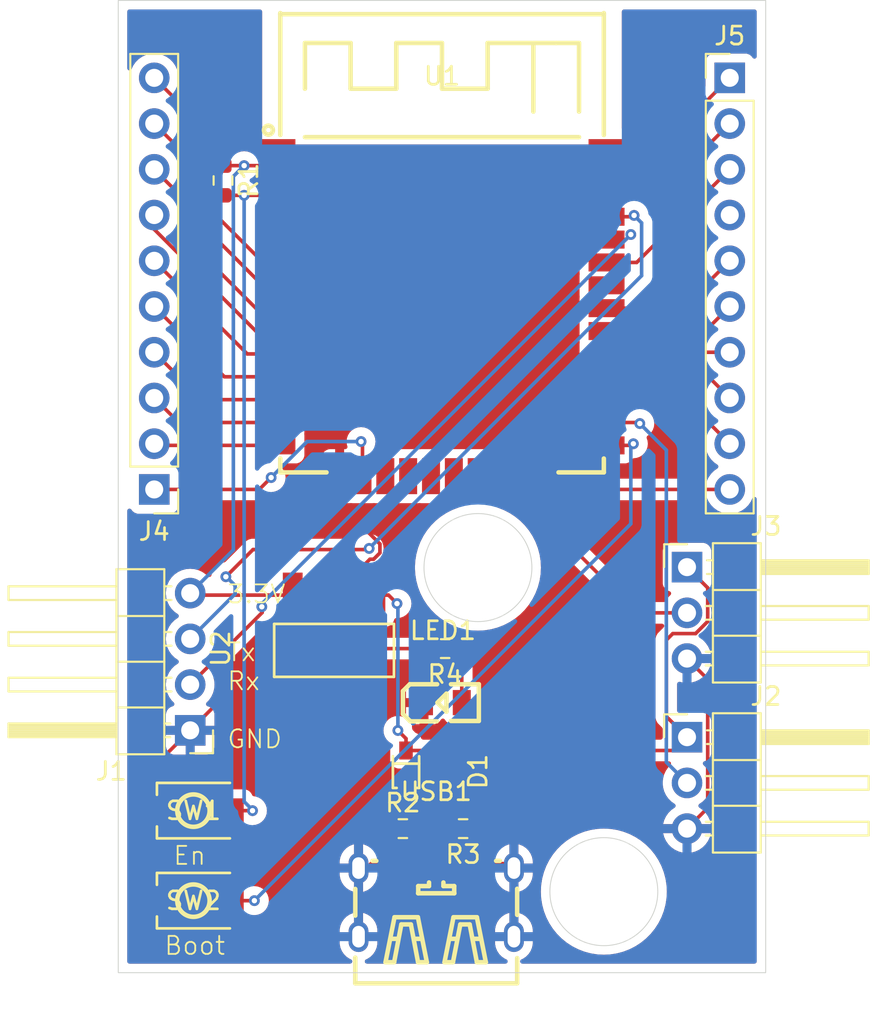
<source format=kicad_pcb>
(kicad_pcb (version 20240108) (generator "pcbnew") (generator_version "8.0")
  (layers (0 "F.Cu" signal) (31 "B.Cu" signal) (34 "B.Paste" user) (35 "F.Paste" user) (36 "B.SilkS" user "B.Silkscreen") (37 "F.SilkS" user "F.Silkscreen") (38 "B.Mask" user) (39 "F.Mask" user) (44 "Edge.Cuts" user))
  (net 0 "")
  (net 1 "VIn")
  (net 2 "+5V")
  (net 3 "GND")
  (net 4 "Tx")
  (net 5 "+3.3V")
  (net 6 "Rx")
  (net 7 "Slot")
  (net 8 "Position")
  (net 9 "Net-(J4-Pin_6)")
  (net 10 "Net-(J4-Pin_5)")
  (net 11 "Net-(J4-Pin_1)")
  (net 12 "Net-(J4-Pin_4)")
  (net 13 "Net-(J4-Pin_7)")
  (net 14 "Net-(J4-Pin_8)")
  (net 15 "Net-(J4-Pin_10)")
  (net 16 "Net-(J4-Pin_3)")
  (net 17 "Net-(J4-Pin_9)")
  (net 18 "Net-(J4-Pin_2)")
  (net 20 "Net-(J5-Pin_2)")
  (net 21 "Net-(J5-Pin_7)")
  (net 22 "Net-(J5-Pin_6)")
  (net 23 "Net-(J5-Pin_9)")
  (net 24 "Net-(J5-Pin_8)")
  (net 25 "Net-(J5-Pin_10)")
  (net 26 "Net-(J5-Pin_1)")
  (net 27 "Net-(J5-Pin_5)")
  (net 28 "Net-(J5-Pin_3)")
  (net 29 "Net-(LED1-+)")
  (net 30 "En")
  (net 31 "Net-(USB1-CC1)")
  (net 32 "Net-(USB1-CC2)")
  (net 33 "IO0")
  (footprint "Connector_PinHeader_2.54mm:PinHeader_1x10_P2.54mm_Vertical" (layer "F.Cu") (at 70 75.16 180)
    (property "Reference" "J4" (at 0 -2.33 360) (layer "F.SilkS"))
    (property "Value" "Conn_01x10")
    (fp_line (start 1.33 1.27) (end 1.33 24.19) (stroke (width 0.12)) (layer "F.SilkS"))
    (fp_line (start -1.33 24.19) (end 1.33 24.19) (stroke (width 0.12)) (layer "F.SilkS"))
    (fp_line (start -1.33 1.27) (end 1.33 1.27) (stroke (width 0.12)) (layer "F.SilkS"))
    (fp_line (start -1.33 1.27) (end -1.33 24.19) (stroke (width 0.12)) (layer "F.SilkS"))
    (fp_line (start -1.33 0) (end -1.33 -1.33) (stroke (width 0.12)) (layer "F.SilkS"))
    (fp_line (start -1.33 -1.33) (end 0 -1.33) (stroke (width 0.12)) (layer "F.SilkS"))
    (pad "1" thru_hole rect (at 0 0 180) (size 1.7 1.7) (drill 1) (layers "*.Cu" "*.Mask") (net 11 "Net-(J4-Pin_1)"))
    (pad "2" thru_hole oval (at 0 2.54 180) (size 1.7 1.7) (drill 1) (layers "*.Cu" "*.Mask") (net 18 "Net-(J4-Pin_2)"))
    (pad "3" thru_hole oval (at 0 5.08 180) (size 1.7 1.7) (drill 1) (layers "*.Cu" "*.Mask") (net 16 "Net-(J4-Pin_3)"))
    (pad "4" thru_hole oval (at 0 7.62 180) (size 1.7 1.7) (drill 1) (layers "*.Cu" "*.Mask") (net 12 "Net-(J4-Pin_4)"))
    (pad "5" thru_hole oval (at 0 10.16 180) (size 1.7 1.7) (drill 1) (layers "*.Cu" "*.Mask") (net 10 "Net-(J4-Pin_5)"))
    (pad "6" thru_hole oval (at 0 12.7 180) (size 1.7 1.7) (drill 1) (layers "*.Cu" "*.Mask") (net 9 "Net-(J4-Pin_6)"))
    (pad "7" thru_hole oval (at 0 15.24 180) (size 1.7 1.7) (drill 1) (layers "*.Cu" "*.Mask") (net 13 "Net-(J4-Pin_7)"))
    (pad "8" thru_hole oval (at 0 17.78 180) (size 1.7 1.7) (drill 1) (layers "*.Cu" "*.Mask") (net 14 "Net-(J4-Pin_8)"))
    (pad "9" thru_hole oval (at 0 20.32 180) (size 1.7 1.7) (drill 1) (layers "*.Cu" "*.Mask") (net 17 "Net-(J4-Pin_9)"))
    (pad "10" thru_hole oval (at 0 22.86 180) (size 1.7 1.7) (drill 1) (layers "*.Cu" "*.Mask") (net 15 "Net-(J4-Pin_10)"))
  )
  (footprint "Connector_PinHeader_2.54mm:PinHeader_1x03_P2.54mm_Horizontal" (layer "F.Cu") (at 99.625 79.475)
    (property "Reference" "J3" (at 4.385 -2.27 360) (layer "F.SilkS"))
    (property "Value" "Conn_01x03_Pin")
    (fp_line (start -1.27 -1.27) (end 0 -1.27) (stroke (width 0.12)) (layer "F.SilkS"))
    (fp_line (start -1.27 0) (end -1.27 -1.27) (stroke (width 0.12)) (layer "F.SilkS"))
    (fp_line (start 1.042929 2.16) (end 1.44 2.16) (stroke (width 0.12)) (layer "F.SilkS"))
    (fp_line (start 1.042929 2.92) (end 1.44 2.92) (stroke (width 0.12)) (layer "F.SilkS"))
    (fp_line (start 1.042929 4.7) (end 1.44 4.7) (stroke (width 0.12)) (layer "F.SilkS"))
    (fp_line (start 1.042929 5.46) (end 1.44 5.46) (stroke (width 0.12)) (layer "F.SilkS"))
    (fp_line (start 1.11 -0.38) (end 1.44 -0.38) (stroke (width 0.12)) (layer "F.SilkS"))
    (fp_line (start 1.11 0.38) (end 1.44 0.38) (stroke (width 0.12)) (layer "F.SilkS"))
    (fp_line (start 1.44 -1.33) (end 1.44 6.41) (stroke (width 0.12)) (layer "F.SilkS"))
    (fp_line (start 1.44 1.27) (end 4.1 1.27) (stroke (width 0.12)) (layer "F.SilkS"))
    (fp_line (start 1.44 3.81) (end 4.1 3.81) (stroke (width 0.12)) (layer "F.SilkS"))
    (fp_line (start 1.44 6.41) (end 4.1 6.41) (stroke (width 0.12)) (layer "F.SilkS"))
    (fp_line (start 4.1 -1.33) (end 1.44 -1.33) (stroke (width 0.12)) (layer "F.SilkS"))
    (fp_line (start 4.1 -0.38) (end 10.1 -0.38) (stroke (width 0.12)) (layer "F.SilkS"))
    (fp_line (start 4.1 -0.32) (end 10.1 -0.32) (stroke (width 0.12)) (layer "F.SilkS"))
    (fp_line (start 4.1 -0.2) (end 10.1 -0.2) (stroke (width 0.12)) (layer "F.SilkS"))
    (fp_line (start 4.1 -0.08) (end 10.1 -0.08) (stroke (width 0.12)) (layer "F.SilkS"))
    (fp_line (start 4.1 0.04) (end 10.1 0.04) (stroke (width 0.12)) (layer "F.SilkS"))
    (fp_line (start 4.1 0.16) (end 10.1 0.16) (stroke (width 0.12)) (layer "F.SilkS"))
    (fp_line (start 4.1 0.28) (end 10.1 0.28) (stroke (width 0.12)) (layer "F.SilkS"))
    (fp_line (start 4.1 2.16) (end 10.1 2.16) (stroke (width 0.12)) (layer "F.SilkS"))
    (fp_line (start 4.1 4.7) (end 10.1 4.7) (stroke (width 0.12)) (layer "F.SilkS"))
    (fp_line (start 4.1 6.41) (end 4.1 -1.33) (stroke (width 0.12)) (layer "F.SilkS"))
    (fp_line (start 10.1 -0.38) (end 10.1 0.38) (stroke (width 0.12)) (layer "F.SilkS"))
    (fp_line (start 10.1 0.38) (end 4.1 0.38) (stroke (width 0.12)) (layer "F.SilkS"))
    (fp_line (start 10.1 2.16) (end 10.1 2.92) (stroke (width 0.12)) (layer "F.SilkS"))
    (fp_line (start 10.1 2.92) (end 4.1 2.92) (stroke (width 0.12)) (layer "F.SilkS"))
    (fp_line (start 10.1 4.7) (end 10.1 5.46) (stroke (width 0.12)) (layer "F.SilkS"))
    (fp_line (start 10.1 5.46) (end 4.1 5.46) (stroke (width 0.12)) (layer "F.SilkS"))
    (pad "1" thru_hole rect (at 0 0) (size 1.7 1.7) (drill 1) (layers "*.Cu" "*.Mask") (net 2 "+5V"))
    (pad "2" thru_hole oval (at 0 2.54) (size 1.7 1.7) (drill 1) (layers "*.Cu" "*.Mask") (net 8 "Position"))
    (pad "3" thru_hole oval (at 0 5.08) (size 1.7 1.7) (drill 1) (layers "*.Cu" "*.Mask") (net 3 "GND"))
  )
  (footprint "easyeda2kicad:COMM-SMD_ESP-WROOM-32D" (layer "F.Cu") (at 86 65.3125)
    (property "Reference" "U1" (at 0 -13.11 0) (layer "F.SilkS"))
    (property "Value" "ESP-WROOM-32E")
    (fp_line (start -8.99 -16.61) (end -8.99 -9.84) (stroke (width 0.25)) (layer "F.SilkS"))
    (fp_line (start -8.99 -16.55) (end 9 -16.55) (stroke (width 0.25)) (layer "F.SilkS"))
    (fp_line (start -8.99 8.13) (end -8.99 8.9) (stroke (width 0.25)) (layer "F.SilkS"))
    (fp_line (start -8.99 8.9) (end -6.42 8.9) (stroke (width 0.25)) (layer "F.SilkS"))
    (fp_line (start -7.62 -14.95) (end -5.08 -14.95) (stroke (width 0.25)) (layer "F.SilkS"))
    (fp_line (start -7.62 -12.41) (end -7.62 -14.95) (stroke (width 0.25)) (layer "F.SilkS"))
    (fp_line (start -7.62 -9.72) (end 7.62 -9.72) (stroke (width 0.25)) (layer "F.SilkS"))
    (fp_line (start -5.08 -14.95) (end -5.08 -12.41) (stroke (width 0.25)) (layer "F.SilkS"))
    (fp_line (start -5.08 -12.41) (end -2.54 -12.41) (stroke (width 0.25)) (layer "F.SilkS"))
    (fp_line (start -2.54 -14.95) (end 0 -14.95) (stroke (width 0.25)) (layer "F.SilkS"))
    (fp_line (start -2.54 -12.41) (end -2.54 -14.95) (stroke (width 0.25)) (layer "F.SilkS"))
    (fp_line (start 0 -14.95) (end 0 -12.41) (stroke (width 0.25)) (layer "F.SilkS"))
    (fp_line (start 0 -12.41) (end 2.54 -12.41) (stroke (width 0.25)) (layer "F.SilkS"))
    (fp_line (start 2.54 -14.95) (end 6.35 -14.95) (stroke (width 0.25)) (layer "F.SilkS"))
    (fp_line (start 2.54 -12.41) (end 2.54 -14.95) (stroke (width 0.25)) (layer "F.SilkS"))
    (fp_line (start 5.08 -14.95) (end 5.08 -11.14) (stroke (width 0.25)) (layer "F.SilkS"))
    (fp_line (start 6.35 -14.95) (end 7.62 -14.95) (stroke (width 0.25)) (layer "F.SilkS"))
    (fp_line (start 6.48 8.9) (end 9 8.9) (stroke (width 0.25)) (layer "F.SilkS"))
    (fp_line (start 7.62 -14.95) (end 7.62 -11.14) (stroke (width 0.25)) (layer "F.SilkS"))
    (fp_line (start 9 -16.61) (end 9 -9.84) (stroke (width 0.25)) (layer "F.SilkS"))
    (fp_line (start 9 8.13) (end 9 8.9) (stroke (width 0.25)) (layer "F.SilkS"))
    (fp_circle (center -9.65 -10.11) (end -9.4 -10.11) (stroke (width 0.25)) (fill none) (layer "F.SilkS"))
    (pad "1" smd rect (at -9.15 -9.11) (size 2 1) (layers "F.Cu" "F.Paste" "F.Mask") (net 3 "GND"))
    (pad "2" smd rect (at -9.15 -7.84) (size 2 1) (layers "F.Cu" "F.Paste" "F.Mask") (net 5 "+3.3V"))
    (pad "3" smd rect (at -9.15 -6.57) (size 2 1) (layers "F.Cu" "F.Paste" "F.Mask") (net 30 "En"))
    (pad "4" smd rect (at -9.15 -5.3) (size 2 1) (layers "F.Cu" "F.Paste" "F.Mask"))
    (pad "5" smd rect (at -9.15 -4.03) (size 2 1) (layers "F.Cu" "F.Paste" "F.Mask"))
    (pad "6" smd rect (at -9.15 -2.76) (size 2 1) (layers "F.Cu" "F.Paste" "F.Mask") (net 15 "Net-(J4-Pin_10)"))
    (pad "7" smd rect (at -9.15 -1.49) (size 2 1) (layers "F.Cu" "F.Paste" "F.Mask") (net 17 "Net-(J4-Pin_9)"))
    (pad "8" smd rect (at -9.15 -0.22) (size 2 1) (layers "F.Cu" "F.Paste" "F.Mask") (net 14 "Net-(J4-Pin_8)"))
    (pad "9" smd rect (at -9.15 1.05) (size 2 1) (layers "F.Cu" "F.Paste" "F.Mask") (net 13 "Net-(J4-Pin_7)"))
    (pad "10" smd rect (at -9.15 2.32) (size 2 1) (layers "F.Cu" "F.Paste" "F.Mask") (net 9 "Net-(J4-Pin_6)"))
    (pad "11" smd rect (at -9.15 3.59) (size 2 1) (layers "F.Cu" "F.Paste" "F.Mask") (net 10 "Net-(J4-Pin_5)"))
    (pad "12" smd rect (at -9.15 4.86) (size 2 1) (layers "F.Cu" "F.Paste" "F.Mask") (net 12 "Net-(J4-Pin_4)"))
    (pad "13" smd rect (at -9.15 6.13) (size 2 1) (layers "F.Cu" "F.Paste" "F.Mask") (net 16 "Net-(J4-Pin_3)"))
    (pad "14" smd rect (at -9.15 7.4) (size 2 1) (layers "F.Cu" "F.Paste" "F.Mask") (net 18 "Net-(J4-Pin_2)"))
    (pad "15" smd rect (at -5.69 9.11 90) (size 2 1) (layers "F.Cu" "F.Paste" "F.Mask") (net 3 "GND"))
    (pad "16" smd rect (at -4.42 9.11 90) (size 2 1) (layers "F.Cu" "F.Paste" "F.Mask") (net 11 "Net-(J4-Pin_1)"))
    (pad "17" smd rect (at -3.15 9.11 90) (size 2 1) (layers "F.Cu" "F.Paste" "F.Mask"))
    (pad "18" smd rect (at -1.88 9.11 90) (size 2 1) (layers "F.Cu" "F.Paste" "F.Mask"))
    (pad "19" smd rect (at -0.61 9.11 90) (size 2 1) (layers "F.Cu" "F.Paste" "F.Mask"))
    (pad "20" smd rect (at 0.66 9.11 90) (size 2 1) (layers "F.Cu" "F.Paste" "F.Mask"))
    (pad "21" smd rect (at 1.93 9.11 90) (size 2 1) (layers "F.Cu" "F.Paste" "F.Mask"))
    (pad "22" smd rect (at 3.2 9.11 90) (size 2 1) (layers "F.Cu" "F.Paste" "F.Mask"))
    (pad "23" smd rect (at 4.47 9.11 90) (size 2 1) (layers "F.Cu" "F.Paste" "F.Mask") (net 8 "Position"))
    (pad "24" smd rect (at 5.74 9.11 90) (size 2 1) (layers "F.Cu" "F.Paste" "F.Mask") (net 25 "Net-(J5-Pin_10)"))
    (pad "25" smd rect (at 9.15 7.4) (size 2 1) (layers "F.Cu" "F.Paste" "F.Mask") (net 33 "IO0"))
    (pad "26" smd rect (at 9.15 6.13) (size 2 1) (layers "F.Cu" "F.Paste" "F.Mask") (net 7 "Slot"))
    (pad "27" smd rect (at 9.15 4.86) (size 2 1) (layers "F.Cu" "F.Paste" "F.Mask") (net 23 "Net-(J5-Pin_9)"))
    (pad "28" smd rect (at 9.15 3.59) (size 2 1) (layers "F.Cu" "F.Paste" "F.Mask") (net 24 "Net-(J5-Pin_8)"))
    (pad "29" smd rect (at 9.15 2.32) (size 2 1) (layers "F.Cu" "F.Paste" "F.Mask") (net 21 "Net-(J5-Pin_7)"))
    (pad "30" smd rect (at 9.15 1.05) (size 2 1) (layers "F.Cu" "F.Paste" "F.Mask") (net 22 "Net-(J5-Pin_6)"))
    (pad "31" smd rect (at 9.15 -0.22) (size 2 1) (layers "F.Cu" "F.Paste" "F.Mask") (net 27 "Net-(J5-Pin_5)"))
    (pad "32" smd rect (at 9.15 -1.49) (size 2 1) (layers "F.Cu" "F.Paste" "F.Mask"))
    (pad "33" smd rect (at 9.15 -2.76) (size 2 1) (layers "F.Cu" "F.Paste" "F.Mask") (net 28 "Net-(J5-Pin_3)"))
    (pad "34" smd rect (at 9.15 -4.03) (size 2 1) (layers "F.Cu" "F.Paste" "F.Mask") (net 6 "Rx"))
    (pad "35" smd rect (at 9.15 -5.3) (size 2 1) (layers "F.Cu" "F.Paste" "F.Mask") (net 4 "Tx"))
    (pad "36" smd rect (at 9.15 -6.57) (size 2 1) (layers "F.Cu" "F.Paste" "F.Mask") (net 20 "Net-(J5-Pin_2)"))
    (pad "37" smd rect (at 9.15 -7.84) (size 2 1) (layers "F.Cu" "F.Paste" "F.Mask") (net 26 "Net-(J5-Pin_1)"))
    (pad "38" smd rect (at 9.15 -9.11) (size 2 1) (layers "F.Cu" "F.Paste" "F.Mask") (net 3 "GND"))
    (pad "39" smd rect (at -1.49 -1.4) (size 3.5 3.5) (layers "F.Cu" "F.Paste" "F.Mask") (net 3 "GND"))
  )
  (footprint "easyeda2kicad:SW-SMD_L3.9-W3.0-P4.45" (layer "F.Cu") (at 72.18 98)
    (property "Reference" "SW2" (at 0 0 360) (layer "F.SilkS"))
    (property "Value" "TS-1088-AR02016")
    (fp_line (start -2.03 -1.54) (end -2.03 -0.88) (stroke (width 0.15)) (layer "F.SilkS"))
    (fp_line (start -2.03 1.54) (end -2.03 0.88) (stroke (width 0.15)) (layer "F.SilkS"))
    (fp_line (start 2.03 -1.54) (end -2.03 -1.54) (stroke (width 0.15)) (layer "F.SilkS"))
    (fp_line (start 2.03 1.54) (end -2.03 1.54) (stroke (width 0.15)) (layer "F.SilkS"))
    (fp_circle (center 0 0) (end 0.9 0) (stroke (width 0.25)) (fill none) (layer "F.SilkS"))
    (pad "1" smd rect (at -2.18 0) (size 1.23 1.36) (layers "F.Cu" "F.Paste" "F.Mask") (net 3 "GND"))
    (pad "2" smd rect (at 2.18 0) (size 1.23 1.36) (layers "F.Cu" "F.Paste" "F.Mask") (net 33 "IO0"))
  )
  (footprint "easyeda2kicad:TYPE-C-SMD_TYPE-C-6P_5" (layer "F.Cu") (at 85.68 97.97)
    (property "Reference" "USB1" (at 0 -6.03 0) (layer "F.SilkS"))
    (property "Value" "TYPE-C 6P(073)")
    (fp_line (start -4.5 -0.58) (end -4.5 -0.62) (stroke (width 0.25)) (layer "F.SilkS"))
    (fp_line (start -4.5 -0.58) (end -4.5 0.86) (stroke (width 0.25)) (layer "F.SilkS"))
    (fp_line (start -4.5 3.2) (end -4.5 4.62) (stroke (width 0.25)) (layer "F.SilkS"))
    (fp_line (start -4.5 3.22) (end -4.5 3.2) (stroke (width 0.25)) (layer "F.SilkS"))
    (fp_line (start -4.5 4.62) (end 4.5 4.62) (stroke (width 0.25)) (layer "F.SilkS"))
    (fp_line (start -3.54 -2.18) (end -3.33 -2.18) (stroke (width 0.25)) (layer "F.SilkS"))
    (fp_line (start -2.82 3.45) (end -2.32 0.95) (stroke (width 0.25)) (layer "F.SilkS"))
    (fp_line (start -2.52 2.15) (end -2.12 2.15) (stroke (width 0.25)) (layer "F.SilkS"))
    (fp_line (start -2.34 3.45) (end -2.82 3.45) (stroke (width 0.25)) (layer "F.SilkS"))
    (fp_line (start -2.32 0.95) (end -1.02 0.95) (stroke (width 0.25)) (layer "F.SilkS"))
    (fp_line (start -1.94 1.35) (end -2.34 3.45) (stroke (width 0.25)) (layer "F.SilkS"))
    (fp_line (start -1.41 1.35) (end -1.94 1.35) (stroke (width 0.25)) (layer "F.SilkS"))
    (fp_line (start -1.22 2.15) (end -0.82 2.15) (stroke (width 0.25)) (layer "F.SilkS"))
    (fp_line (start -1.02 0.95) (end -0.52 3.45) (stroke (width 0.25)) (layer "F.SilkS"))
    (fp_line (start -1.01 -0.38) (end 1.01 -0.38) (stroke (width 0.25)) (layer "F.SilkS"))
    (fp_line (start -1.01 3.45) (end -1.41 1.35) (stroke (width 0.25)) (layer "F.SilkS"))
    (fp_line (start -1 -0.78) (end -0.4 -0.78) (stroke (width 0.25)) (layer "F.SilkS"))
    (fp_line (start -1 -0.38) (end -1 -0.78) (stroke (width 0.25)) (layer "F.SilkS"))
    (fp_line (start -0.52 3.45) (end -1.01 3.45) (stroke (width 0.25)) (layer "F.SilkS"))
    (fp_line (start -0.4 -0.78) (end -0.4 -0.98) (stroke (width 0.25)) (layer "F.SilkS"))
    (fp_line (start 0.4 -0.78) (end 0.4 -0.98) (stroke (width 0.25)) (layer "F.SilkS"))
    (fp_line (start 0.46 3.45) (end 0.96 0.95) (stroke (width 0.25)) (layer "F.SilkS"))
    (fp_line (start 0.76 2.15) (end 1.16 2.15) (stroke (width 0.25)) (layer "F.SilkS"))
    (fp_line (start 0.93 3.45) (end 0.46 3.45) (stroke (width 0.25)) (layer "F.SilkS"))
    (fp_line (start 0.96 0.95) (end 2.26 0.95) (stroke (width 0.25)) (layer "F.SilkS"))
    (fp_line (start 1 -0.78) (end 0.4 -0.78) (stroke (width 0.25)) (layer "F.SilkS"))
    (fp_line (start 1 -0.38) (end 1 -0.78) (stroke (width 0.25)) (layer "F.SilkS"))
    (fp_line (start 1.34 1.35) (end 0.93 3.45) (stroke (width 0.25)) (layer "F.SilkS"))
    (fp_line (start 1.86 1.35) (end 1.34 1.35) (stroke (width 0.25)) (layer "F.SilkS"))
    (fp_line (start 2.06 2.15) (end 2.46 2.15) (stroke (width 0.25)) (layer "F.SilkS"))
    (fp_line (start 2.26 0.95) (end 2.76 3.45) (stroke (width 0.25)) (layer "F.SilkS"))
    (fp_line (start 2.26 3.45) (end 1.86 1.35) (stroke (width 0.25)) (layer "F.SilkS"))
    (fp_line (start 2.76 3.45) (end 2.26 3.45) (stroke (width 0.25)) (layer "F.SilkS"))
    (fp_line (start 3.33 -2.18) (end 3.54 -2.18) (stroke (width 0.25)) (layer "F.SilkS"))
    (fp_line (start 4.5 0.82) (end 4.5 -0.63) (stroke (width 0.25)) (layer "F.SilkS"))
    (fp_line (start 4.5 4.62) (end 4.5 3.22) (stroke (width 0.25)) (layer "F.SilkS"))
    (pad "7" thru_hole oval (at -4.32 -1.78) (size 1.1 1.7) (drill oval 0.700024 1.199998) (layers "*.Cu" "*.Mask") (net 3 "GND"))
    (pad "7" thru_hole oval (at -4.32 2.03) (size 1.1 1.7) (drill oval 0.700024 1.199998) (layers "*.Cu" "*.Mask") (net 3 "GND"))
    (pad "7" thru_hole oval (at 4.32 -1.78) (size 1.1 1.7) (drill oval 0.700024 1.199998) (layers "*.Cu" "*.Mask") (net 3 "GND"))
    (pad "7" thru_hole oval (at 4.32 2.03) (size 1.1 1.7) (drill oval 0.700024 1.199998) (layers "*.Cu" "*.Mask") (net 3 "GND"))
    (pad "A5" smd rect (at -0.5 -2.03) (size 0.7 1.2) (layers "F.Cu" "F.Paste" "F.Mask") (net 31 "Net-(USB1-CC1)"))
    (pad "A9" smd rect (at 1.5 -2.03) (size 0.7 1.2) (layers "F.Cu" "F.Paste" "F.Mask") (net 1 "VIn"))
    (pad "A12" smd rect (at 2.7 -2.03) (size 0.8 1.2) (layers "F.Cu" "F.Paste" "F.Mask") (net 3 "GND"))
    (pad "B5" smd rect (at 0.5 -2.03) (size 0.7 1.2) (layers "F.Cu" "F.Paste" "F.Mask") (net 32 "Net-(USB1-CC2)"))
    (pad "B9" smd rect (at -1.5 -2.03) (size 0.7 1.2) (layers "F.Cu" "F.Paste" "F.Mask") (net 1 "VIn"))
    (pad "B12" smd rect (at -2.7 -2.03) (size 0.8 1.2) (layers "F.Cu" "F.Paste" "F.Mask") (net 3 "GND"))
  )
  (footprint "Connector_PinHeader_2.54mm:PinHeader_1x03_P2.54mm_Horizontal" (layer "F.Cu") (at 99.625 88.92)
    (property "Reference" "J2" (at 4.385 -2.27 0) (layer "F.SilkS"))
    (property "Value" "Conn_01x03_Pin")
    (fp_line (start -1.27 -1.27) (end 0 -1.27) (stroke (width 0.12)) (layer "F.SilkS"))
    (fp_line (start -1.27 0) (end -1.27 -1.27) (stroke (width 0.12)) (layer "F.SilkS"))
    (fp_line (start 1.042929 2.16) (end 1.44 2.16) (stroke (width 0.12)) (layer "F.SilkS"))
    (fp_line (start 1.042929 2.92) (end 1.44 2.92) (stroke (width 0.12)) (layer "F.SilkS"))
    (fp_line (start 1.042929 4.7) (end 1.44 4.7) (stroke (width 0.12)) (layer "F.SilkS"))
    (fp_line (start 1.042929 5.46) (end 1.44 5.46) (stroke (width 0.12)) (layer "F.SilkS"))
    (fp_line (start 1.11 -0.38) (end 1.44 -0.38) (stroke (width 0.12)) (layer "F.SilkS"))
    (fp_line (start 1.11 0.38) (end 1.44 0.38) (stroke (width 0.12)) (layer "F.SilkS"))
    (fp_line (start 1.44 -1.33) (end 1.44 6.41) (stroke (width 0.12)) (layer "F.SilkS"))
    (fp_line (start 1.44 1.27) (end 4.1 1.27) (stroke (width 0.12)) (layer "F.SilkS"))
    (fp_line (start 1.44 3.81) (end 4.1 3.81) (stroke (width 0.12)) (layer "F.SilkS"))
    (fp_line (start 1.44 6.41) (end 4.1 6.41) (stroke (width 0.12)) (layer "F.SilkS"))
    (fp_line (start 4.1 -1.33) (end 1.44 -1.33) (stroke (width 0.12)) (layer "F.SilkS"))
    (fp_line (start 4.1 -0.38) (end 10.1 -0.38) (stroke (width 0.12)) (layer "F.SilkS"))
    (fp_line (start 4.1 -0.32) (end 10.1 -0.32) (stroke (width 0.12)) (layer "F.SilkS"))
    (fp_line (start 4.1 -0.2) (end 10.1 -0.2) (stroke (width 0.12)) (layer "F.SilkS"))
    (fp_line (start 4.1 -0.08) (end 10.1 -0.08) (stroke (width 0.12)) (layer "F.SilkS"))
    (fp_line (start 4.1 0.04) (end 10.1 0.04) (stroke (width 0.12)) (layer "F.SilkS"))
    (fp_line (start 4.1 0.16) (end 10.1 0.16) (stroke (width 0.12)) (layer "F.SilkS"))
    (fp_line (start 4.1 0.28) (end 10.1 0.28) (stroke (width 0.12)) (layer "F.SilkS"))
    (fp_line (start 4.1 2.16) (end 10.1 2.16) (stroke (width 0.12)) (layer "F.SilkS"))
    (fp_line (start 4.1 4.7) (end 10.1 4.7) (stroke (width 0.12)) (layer "F.SilkS"))
    (fp_line (start 4.1 6.41) (end 4.1 -1.33) (stroke (width 0.12)) (layer "F.SilkS"))
    (fp_line (start 10.1 -0.38) (end 10.1 0.38) (stroke (width 0.12)) (layer "F.SilkS"))
    (fp_line (start 10.1 0.38) (end 4.1 0.38) (stroke (width 0.12)) (layer "F.SilkS"))
    (fp_line (start 10.1 2.16) (end 10.1 2.92) (stroke (width 0.12)) (layer "F.SilkS"))
    (fp_line (start 10.1 2.92) (end 4.1 2.92) (stroke (width 0.12)) (layer "F.SilkS"))
    (fp_line (start 10.1 4.7) (end 10.1 5.46) (stroke (width 0.12)) (layer "F.SilkS"))
    (fp_line (start 10.1 5.46) (end 4.1 5.46) (stroke (width 0.12)) (layer "F.SilkS"))
    (pad "1" thru_hole rect (at 0 0) (size 1.7 1.7) (drill 1) (layers "*.Cu" "*.Mask") (net 2 "+5V"))
    (pad "2" thru_hole oval (at 0 2.54) (size 1.7 1.7) (drill 1) (layers "*.Cu" "*.Mask") (net 7 "Slot"))
    (pad "3" thru_hole oval (at 0 5.08) (size 1.7 1.7) (drill 1) (layers "*.Cu" "*.Mask") (net 3 "GND"))
  )
  (footprint "Resistor_SMD:R_0603_1608Metric" (layer "F.Cu") (at 86.175 84 180)
    (property "Reference" "R4" (at 0 -1.43 360) (layer "F.SilkS"))
    (property "Value" "68")
    (fp_line (start -0.237258 0.5225) (end 0.237258 0.5225) (stroke (width 0.12)) (layer "F.SilkS"))
    (fp_line (start -0.237258 -0.5225) (end 0.237258 -0.5225) (stroke (width 0.12)) (layer "F.SilkS"))
    (pad "1" smd roundrect (at -0.825 0 180) (size 0.8 0.95) (layers "F.Cu" "F.Paste" "F.Mask") (net 29 "Net-(LED1-+)"))
    (pad "2" smd roundrect (at 0.825 0 180) (size 0.8 0.95) (layers "F.Cu" "F.Paste" "F.Mask") (net 5 "+3.3V"))
  )
  (footprint "easyeda2kicad:SW-SMD_L3.9-W3.0-P4.45" (layer "F.Cu") (at 72.18 93)
    (property "Reference" "SW1" (at 0 0 360) (layer "F.SilkS"))
    (property "Value" "TS-1088-AR02016")
    (fp_line (start -2.03 -1.54) (end -2.03 -0.88) (stroke (width 0.15)) (layer "F.SilkS"))
    (fp_line (start -2.03 1.54) (end -2.03 0.88) (stroke (width 0.15)) (layer "F.SilkS"))
    (fp_line (start 2.03 -1.54) (end -2.03 -1.54) (stroke (width 0.15)) (layer "F.SilkS"))
    (fp_line (start 2.03 1.54) (end -2.03 1.54) (stroke (width 0.15)) (layer "F.SilkS"))
    (fp_circle (center 0 0) (end 0.9 0) (stroke (width 0.25)) (fill none) (layer "F.SilkS"))
    (pad "1" smd rect (at -2.18 0) (size 1.23 1.36) (layers "F.Cu" "F.Paste" "F.Mask") (net 3 "GND"))
    (pad "2" smd rect (at 2.18 0) (size 1.23 1.36) (layers "F.Cu" "F.Paste" "F.Mask") (net 30 "En"))
  )
  (footprint "easyeda2kicad:LED0805-R-RD" (layer "F.Cu") (at 86.05 87)
    (property "Reference" "LED1" (at 0 -4 0) (layer "F.SilkS"))
    (property "Value" "FC-2012HRK-620D")
    (fp_line (start -2.22 -0.64) (end -1.84 -1.02) (stroke (width 0.25)) (layer "F.SilkS"))
    (fp_line (start -2.22 0.63) (end -2.22 -0.64) (stroke (width 0.25)) (layer "F.SilkS"))
    (fp_line (start -1.84 -1.02) (end -0.32 -1.02) (stroke (width 0.25)) (layer "F.SilkS"))
    (fp_line (start -1.81 1.04) (end -2.22 0.63) (stroke (width 0.25)) (layer "F.SilkS"))
    (fp_line (start -0.34 1.04) (end -1.81 1.04) (stroke (width 0.25)) (layer "F.SilkS"))
    (fp_line (start -0.3 0) (end -0.2 0.1) (stroke (width 0.25)) (layer "F.SilkS"))
    (fp_line (start -0.2 -0.1) (end -0.3 0) (stroke (width 0.25)) (layer "F.SilkS"))
    (fp_line (start -0.2 0.1) (end 0.2 0.5) (stroke (width 0.25)) (layer "F.SilkS"))
    (fp_line (start 0.2 -0.5) (end -0.2 -0.1) (stroke (width 0.25)) (layer "F.SilkS"))
    (fp_line (start 0.2 -0.5) (end 0.2 0.5) (stroke (width 0.25)) (layer "F.SilkS"))
    (fp_line (start 0.45 1.02) (end 2 1.02) (stroke (width 0.25)) (layer "F.SilkS"))
    (fp_line (start 2 -1.02) (end 0.45 -1.02) (stroke (width 0.25)) (layer "F.SilkS"))
    (fp_line (start 2 1.02) (end 2 -1.02) (stroke (width 0.25)) (layer "F.SilkS"))
    (pad "1" smd rect (at 1.05 0 180) (size 1 1.4) (layers "F.Cu" "F.Paste" "F.Mask") (net 29 "Net-(LED1-+)"))
    (pad "2" smd rect (at -1.05 0 180) (size 1 1.4) (layers "F.Cu" "F.Paste" "F.Mask") (net 3 "GND"))
  )
  (footprint "easyeda2kicad:SOT-223-3_L6.5-W3.4-P2.30-LS7.0-BR" (layer "F.Cu") (at 80 84 90)
    (property "Reference" "U2" (at 0 -6.3 90) (layer "F.SilkS"))
    (property "Value" "LM2940S-3.3")
    (fp_line (start 1.37 -3.33) (end 1.37 3.33) (stroke (width 0.15)) (layer "F.SilkS"))
    (fp_line (start -1.57 -3.33) (end 1.37 -3.33) (stroke (width 0.15)) (layer "F.SilkS"))
    (fp_line (start 1.37 3.33) (end -1.57 3.33) (stroke (width 0.15)) (layer "F.SilkS"))
    (fp_line (start -1.57 3.33) (end -1.57 -3.33) (stroke (width 0.15)) (layer "F.SilkS"))
    (pad "1" smd rect (at 2.97 2.3 90) (size 2.5 1.1) (layers "F.Cu" "F.Paste" "F.Mask") (net 2 "+5V"))
    (pad "2" smd rect (at 2.97 0 90) (size 2.5 1.1) (layers "F.Cu" "F.Paste" "F.Mask") (net 3 "GND"))
    (pad "3" smd rect (at 2.97 -2.3 90) (size 2.5 1.1) (layers "F.Cu" "F.Paste" "F.Mask") (net 5 "+3.3V"))
    (pad "4" smd rect (at -2.97 0 90) (size 2.34 3.6) (layers "F.Cu" "F.Paste" "F.Mask") (net 3 "GND"))
  )
  (footprint "Connector_PinHeader_2.54mm:PinHeader_1x04_P2.54mm_Horizontal" (layer "F.Cu") (at 72 88.54 180)
    (property "Reference" "J1" (at 4.385 -2.27 360) (layer "F.SilkS"))
    (property "Value" "Conn_01x04")
    (fp_line (start 10.1 8) (end 4.1 8) (stroke (width 0.12)) (layer "F.SilkS"))
    (fp_line (start 10.1 7.24) (end 10.1 8) (stroke (width 0.12)) (layer "F.SilkS"))
    (fp_line (start 10.1 5.46) (end 4.1 5.46) (stroke (width 0.12)) (layer "F.SilkS"))
    (fp_line (start 10.1 4.7) (end 10.1 5.46) (stroke (width 0.12)) (layer "F.SilkS"))
    (fp_line (start 10.1 2.92) (end 4.1 2.92) (stroke (width 0.12)) (layer "F.SilkS"))
    (fp_line (start 10.1 2.16) (end 10.1 2.92) (stroke (width 0.12)) (layer "F.SilkS"))
    (fp_line (start 10.1 0.38) (end 4.1 0.38) (stroke (width 0.12)) (layer "F.SilkS"))
    (fp_line (start 10.1 -0.38) (end 10.1 0.38) (stroke (width 0.12)) (layer "F.SilkS"))
    (fp_line (start 4.1 8.95) (end 4.1 -1.33) (stroke (width 0.12)) (layer "F.SilkS"))
    (fp_line (start 4.1 7.24) (end 10.1 7.24) (stroke (width 0.12)) (layer "F.SilkS"))
    (fp_line (start 4.1 4.7) (end 10.1 4.7) (stroke (width 0.12)) (layer "F.SilkS"))
    (fp_line (start 4.1 2.16) (end 10.1 2.16) (stroke (width 0.12)) (layer "F.SilkS"))
    (fp_line (start 4.1 0.28) (end 10.1 0.28) (stroke (width 0.12)) (layer "F.SilkS"))
    (fp_line (start 4.1 0.16) (end 10.1 0.16) (stroke (width 0.12)) (layer "F.SilkS"))
    (fp_line (start 4.1 0.04) (end 10.1 0.04) (stroke (width 0.12)) (layer "F.SilkS"))
    (fp_line (start 4.1 -0.08) (end 10.1 -0.08) (stroke (width 0.12)) (layer "F.SilkS"))
    (fp_line (start 4.1 -0.2) (end 10.1 -0.2) (stroke (width 0.12)) (layer "F.SilkS"))
    (fp_line (start 4.1 -0.32) (end 10.1 -0.32) (stroke (width 0.12)) (layer "F.SilkS"))
    (fp_line (start 4.1 -0.38) (end 10.1 -0.38) (stroke (width 0.12)) (layer "F.SilkS"))
    (fp_line (start 4.1 -1.33) (end 1.44 -1.33) (stroke (width 0.12)) (layer "F.SilkS"))
    (fp_line (start 1.44 8.95) (end 4.1 8.95) (stroke (width 0.12)) (layer "F.SilkS"))
    (fp_line (start 1.44 6.35) (end 4.1 6.35) (stroke (width 0.12)) (layer "F.SilkS"))
    (fp_line (start 1.44 3.81) (end 4.1 3.81) (stroke (width 0.12)) (layer "F.SilkS"))
    (fp_line (start 1.44 1.27) (end 4.1 1.27) (stroke (width 0.12)) (layer "F.SilkS"))
    (fp_line (start 1.44 -1.33) (end 1.44 8.95) (stroke (width 0.12)) (layer "F.SilkS"))
    (fp_line (start 1.11 0.38) (end 1.44 0.38) (stroke (width 0.12)) (layer "F.SilkS"))
    (fp_line (start 1.11 -0.38) (end 1.44 -0.38) (stroke (width 0.12)) (layer "F.SilkS"))
    (fp_line (start 1.042929 8) (end 1.44 8) (stroke (width 0.12)) (layer "F.SilkS"))
    (fp_line (start 1.042929 7.24) (end 1.44 7.24) (stroke (width 0.12)) (layer "F.SilkS"))
    (fp_line (start 1.042929 5.46) (end 1.44 5.46) (stroke (width 0.12)) (layer "F.SilkS"))
    (fp_line (start 1.042929 4.7) (end 1.44 4.7) (stroke (width 0.12)) (layer "F.SilkS"))
    (fp_line (start 1.042929 2.92) (end 1.44 2.92) (stroke (width 0.12)) (layer "F.SilkS"))
    (fp_line (start 1.042929 2.16) (end 1.44 2.16) (stroke (width 0.12)) (layer "F.SilkS"))
    (fp_line (start -1.27 0) (end -1.27 -1.27) (stroke (width 0.12)) (layer "F.SilkS"))
    (fp_line (start -1.27 -1.27) (end 0 -1.27) (stroke (width 0.12)) (layer "F.SilkS"))
    (pad "1" thru_hole rect (at 0 0 180) (size 1.7 1.7) (drill 1) (layers "*.Cu" "*.Mask") (net 3 "GND"))
    (pad "2" thru_hole oval (at 0 2.54 180) (size 1.7 1.7) (drill 1) (layers "*.Cu" "*.Mask") (net 6 "Rx"))
    (pad "3" thru_hole oval (at 0 5.08 180) (size 1.7 1.7) (drill 1) (layers "*.Cu" "*.Mask") (net 4 "Tx"))
    (pad "4" thru_hole oval (at 0 7.62 180) (size 1.7 1.7) (drill 1) (layers "*.Cu" "*.Mask") (net 5 "+3.3V"))
  )
  (footprint "Resistor_SMD:R_0603_1608Metric" (layer "F.Cu") (at 87.175 94 180)
    (property "Reference" "R3" (at 0 -1.43 360) (layer "F.SilkS"))
    (property "Value" "5.1k")
    (fp_line (start -0.237258 0.5225) (end 0.237258 0.5225) (stroke (width 0.12)) (layer "F.SilkS"))
    (fp_line (start -0.237258 -0.5225) (end 0.237258 -0.5225) (stroke (width 0.12)) (layer "F.SilkS"))
    (pad "1" smd roundrect (at -0.825 0 180) (size 0.8 0.95) (layers "F.Cu" "F.Paste" "F.Mask") (net 3 "GND"))
    (pad "2" smd roundrect (at 0.825 0 180) (size 0.8 0.95) (layers "F.Cu" "F.Paste" "F.Mask") (net 32 "Net-(USB1-CC2)"))
  )
  (footprint "Connector_PinHeader_2.54mm:PinHeader_1x10_P2.54mm_Vertical" (layer "F.Cu") (at 102 52.3)
    (property "Reference" "J5" (at 0 -2.33 0) (layer "F.SilkS"))
    (property "Value" "Conn_01x10")
    (fp_line (start -1.33 -1.33) (end 0 -1.33) (stroke (width 0.12)) (layer "F.SilkS"))
    (fp_line (start -1.33 0) (end -1.33 -1.33) (stroke (width 0.12)) (layer "F.SilkS"))
    (fp_line (start -1.33 1.27) (end -1.33 24.19) (stroke (width 0.12)) (layer "F.SilkS"))
    (fp_line (start -1.33 1.27) (end 1.33 1.27) (stroke (width 0.12)) (layer "F.SilkS"))
    (fp_line (start -1.33 24.19) (end 1.33 24.19) (stroke (width 0.12)) (layer "F.SilkS"))
    (fp_line (start 1.33 1.27) (end 1.33 24.19) (stroke (width 0.12)) (layer "F.SilkS"))
    (pad "1" thru_hole rect (at 0 0) (size 1.7 1.7) (drill 1) (layers "*.Cu" "*.Mask") (net 26 "Net-(J5-Pin_1)"))
    (pad "2" thru_hole oval (at 0 2.54) (size 1.7 1.7) (drill 1) (layers "*.Cu" "*.Mask") (net 20 "Net-(J5-Pin_2)"))
    (pad "3" thru_hole oval (at 0 5.08) (size 1.7 1.7) (drill 1) (layers "*.Cu" "*.Mask") (net 28 "Net-(J5-Pin_3)"))
    (pad "4" thru_hole oval (at 0 7.62) (size 1.7 1.7) (drill 1) (layers "*.Cu" "*.Mask"))
    (pad "5" thru_hole oval (at 0 10.16) (size 1.7 1.7) (drill 1) (layers "*.Cu" "*.Mask") (net 27 "Net-(J5-Pin_5)"))
    (pad "6" thru_hole oval (at 0 12.7) (size 1.7 1.7) (drill 1) (layers "*.Cu" "*.Mask") (net 22 "Net-(J5-Pin_6)"))
    (pad "7" thru_hole oval (at 0 15.24) (size 1.7 1.7) (drill 1) (layers "*.Cu" "*.Mask") (net 21 "Net-(J5-Pin_7)"))
    (pad "8" thru_hole oval (at 0 17.78) (size 1.7 1.7) (drill 1) (layers "*.Cu" "*.Mask") (net 24 "Net-(J5-Pin_8)"))
    (pad "9" thru_hole oval (at 0 20.32) (size 1.7 1.7) (drill 1) (layers "*.Cu" "*.Mask") (net 23 "Net-(J5-Pin_9)"))
    (pad "10" thru_hole oval (at 0 22.86) (size 1.7 1.7) (drill 1) (layers "*.Cu" "*.Mask") (net 25 "Net-(J5-Pin_10)"))
  )
  (footprint "easyeda2kicad:SOD-323_L1.8-W1.3-LS2.5-RD" (layer "F.Cu") (at 84 90.83 -90)
    (property "Reference" "D1" (at 0 -4 90) (layer "F.SilkS"))
    (property "Value" "NSR0320MW2T1G")
    (fp_line (start -0.85 0.73) (end 0.91 0.73) (stroke (width 0.15)) (layer "F.SilkS"))
    (fp_line (start 0.91 0.73) (end 0.91 0.52) (stroke (width 0.15)) (layer "F.SilkS"))
    (fp_line (start -0.85 -0.73) (end 0.91 -0.73) (stroke (width 0.15)) (layer "F.SilkS"))
    (fp_line (start -0.44 -0.73) (end -0.44 0.73) (stroke (width 0.15)) (layer "F.SilkS"))
    (fp_line (start 0.91 -0.73) (end 0.91 -0.53) (stroke (width 0.15)) (layer "F.SilkS"))
    (pad "1" smd rect (at -1.17 0 270) (size 1 0.75) (layers "F.Cu" "F.Paste" "F.Mask") (net 2 "+5V"))
    (pad "2" smd rect (at 1.17 0 270) (size 1 0.75) (layers "F.Cu" "F.Paste" "F.Mask") (net 1 "VIn"))
  )
  (footprint "Resistor_SMD:R_0603_1608Metric" (layer "F.Cu") (at 83.825 94)
    (property "Reference" "R2" (at 0 -1.43 0) (layer "F.SilkS"))
    (property "Value" "5.1k")
    (fp_line (start -0.237258 -0.5225) (end 0.237258 -0.5225) (stroke (width 0.12)) (layer "F.SilkS"))
    (fp_line (start -0.237258 0.5225) (end 0.237258 0.5225) (stroke (width 0.12)) (layer "F.SilkS"))
    (pad "1" smd roundrect (at -0.825 0) (size 0.8 0.95) (layers "F.Cu" "F.Paste" "F.Mask") (net 3 "GND"))
    (pad "2" smd roundrect (at 0.825 0) (size 0.8 0.95) (layers "F.Cu" "F.Paste" "F.Mask") (net 31 "Net-(USB1-CC1)"))
  )
  (footprint "Resistor_SMD:R_0603_1608Metric" (layer "F.Cu") (at 73.825 58 -90)
    (property "Reference" "R1" (at 0 -1.43 90) (layer "F.SilkS"))
    (property "Value" "1k")
    (fp_line (start -0.237258 0.5225) (end 0.237258 0.5225) (stroke (width 0.12)) (layer "F.SilkS"))
    (fp_line (start -0.237258 -0.5225) (end 0.237258 -0.5225) (stroke (width 0.12)) (layer "F.SilkS"))
    (pad "1" smd roundrect (at -0.825 0 270) (size 0.8 0.95) (layers "F.Cu" "F.Paste" "F.Mask") (net 5 "+3.3V"))
    (pad "2" smd roundrect (at 0.825 0 270) (size 0.8 0.95) (layers "F.Cu" "F.Paste" "F.Mask") (net 30 "En"))
  )
  (gr_rect (start 68 48) (end 104 102) (stroke (width 0.05)) (fill none) (layer "Edge.Cuts"))
  (gr_circle (center 95 97.5) (end 98 97.5) (stroke (width 0.05)) (fill none) (layer "Edge.Cuts"))
  (gr_circle (center 88 79.5) (end 91 79.5) (stroke (width 0.05)) (fill none) (layer "Edge.Cuts"))
  (gr_text "Boot" (at 70.5 100.5 0) (layer "F.SilkS") (effects (font (size 1 1) (thickness 0.1)) (justify left)))
  (gr_text "En" (at 71 95.5 0) (layer "F.SilkS") (effects (font (size 1 1) (thickness 0.1)) (justify left)))
  (gr_text "3.3V\n\nTx\nRx\n\nGND" (at 74 85 0) (layer "F.SilkS") (effects (font (size 1 1) (thickness 0.1)) (justify left)))
  (segment (start 85.537648 92) (end 84 92) (width 0.2) (layer "F.Cu") (net 1))
  (segment (start 83.95 92.05) (end 83.95 95.71) (width 0.2) (layer "F.Cu") (net 1))
  (segment (start 87.18 93.642352) (end 85.537648 92) (width 0.2) (layer "F.Cu") (net 1))
  (segment (start 83.95 95.71) (end 84.18 95.94) (width 0.2) (layer "F.Cu") (net 1))
  (segment (start 87.18 95.94) (end 87.18 93.642352) (width 0.2) (layer "F.Cu") (net 1))
  (segment (start 84 92) (end 83.95 92.05) (width 0.2) (layer "F.Cu") (net 1))
  (segment (start 98.885 89.66) (end 99.625 88.92) (width 0.2) (layer "F.Cu") (net 2))
  (segment (start 100.775 82.491346) (end 100.101346 83.165) (width 0.2) (layer "F.Cu") (net 2))
  (segment (start 84 89.66) (end 84 89) (width 0.2) (layer "F.Cu") (net 2))
  (segment (start 82.3 81.03) (end 83.03 81.03) (width 0.2) (layer "F.Cu") (net 2))
  (segment (start 84 89.66) (end 98.885 89.66) (width 0.2) (layer "F.Cu") (net 2))
  (segment (start 98.475 83.525) (end 98.475 87.77) (width 0.2) (layer "F.Cu") (net 2))
  (segment (start 98.835 83.165) (end 98.475 83.525) (width 0.2) (layer "F.Cu") (net 2))
  (segment (start 100.775 80.625) (end 100.775 82.491346) (width 0.2) (layer "F.Cu") (net 2))
  (segment (start 98.475 87.77) (end 99.625 88.92) (width 0.2) (layer "F.Cu") (net 2))
  (segment (start 100.101346 83.165) (end 98.835 83.165) (width 0.2) (layer "F.Cu") (net 2))
  (segment (start 99.625 79.475) (end 100.775 80.625) (width 0.2) (layer "F.Cu") (net 2))
  (segment (start 83.03 81.03) (end 83.5 81.5) (width 0.2) (layer "F.Cu") (net 2))
  (segment (start 84 89) (end 83.5 88.5) (width 0.2) (layer "F.Cu") (net 2))
  (via (at 83.549251 88.547339) (size 0.6) (drill 0.3) (layers "F.Cu" "B.Cu") (net 2))
  (via (at 83.5 81.5) (size 0.6) (drill 0.3) (layers "F.Cu" "B.Cu") (net 2))
  (segment (start 83.549251 88.547339) (end 83.549251 81.549251) (width 0.2) (layer "B.Cu") (net 2))
  (segment (start 83.549251 81.549251) (end 83.5 81.5) (width 0.2) (layer "B.Cu") (net 2))
  (segment (start 81.81 96.19) (end 81.36 96.19) (width 0.2) (layer "F.Cu") (net 3))
  (segment (start 85 87) (end 80.03 87) (width 0.2) (layer "F.Cu") (net 3))
  (segment (start 88 94) (end 88 95.56) (width 0.2) (layer "F.Cu") (net 3))
  (segment (start 99.625 84.555) (end 100.775 85.705) (width 0.2) (layer "F.Cu") (net 3))
  (segment (start 92.22 56.2025) (end 95.15 56.2025) (width 0.2) (layer "F.Cu") (net 3))
  (segment (start 70 98) (end 70 93) (width 0.2) (layer "F.Cu") (net 3))
  (segment (start 80.31 68.1125) (end 80.31 74.4225) (width 0.2) (layer "F.Cu") (net 3))
  (segment (start 82.198415 79.036208) (end 81.993792 79.036208) (width 0.2) (layer "F.Cu") (net 3))
  (segment (start 80.31 74.4225) (end 80.31 75.947793) (width 0.2) (layer "F.Cu") (net 3))
  (segment (start 80 91) (end 83 94) (width 0.2) (layer "F.Cu") (net 3))
  (segment (start 82.06 95.94) (end 81.81 96.19) (width 0.2) (layer "F.Cu") (net 3))
  (segment (start 100.775 92.85) (end 99.625 94) (width 0.2) (layer "F.Cu") (net 3))
  (segment (start 82.549886 78.187679) (end 82.549886 78.684737) (width 0.2) (layer "F.Cu") (net 3))
  (segment (start 83 94) (end 83 95.92) (width 0.2) (layer "F.Cu") (net 3))
  (segment (start 89.75 95.94) (end 90 96.19) (width 0.2) (layer "F.Cu") (net 3))
  (segment (start 88.38 95.94) (end 89.75 95.94) (width 0.2) (layer "F.Cu") (net 3))
  (segment (start 80 86.97) (end 73.57 86.97) (width 0.2) (layer "F.Cu") (net 3))
  (segment (start 80.31 75.947793) (end 82.549886 78.187679) (width 0.2) (layer "F.Cu") (net 3))
  (segment (start 76.85 56.2025) (end 95.15 56.2025) (width 0.2) (layer "F.Cu") (net 3))
  (segment (start 80.03 87) (end 80 86.97) (width 0.2) (layer "F.Cu") (net 3))
  (segment (start 84.51 63.9125) (end 80.31 68.1125) (width 0.2) (layer "F.Cu") (net 3))
  (segment (start 82.98 95.94) (end 82.06 95.94) (width 0.2) (layer "F.Cu") (net 3))
  (segment (start 84.51 63.9125) (end 92.22 56.2025) (width 0.2) (layer "F.Cu") (net 3))
  (segment (start 100.775 85.705) (end 100.775 92.85) (width 0.2) (layer "F.Cu") (net 3))
  (segment (start 88 95.56) (end 88.38 95.94) (width 0.2) (layer "F.Cu") (net 3))
  (segment (start 70 93) (end 70 90.54) (width 0.2) (layer "F.Cu") (net 3))
  (segment (start 81.993792 79.036208) (end 80 81.03) (width 0.2) (layer "F.Cu") (net 3))
  (segment (start 70 90.54) (end 72 88.54) (width 0.2) (layer "F.Cu") (net 3))
  (segment (start 82.549886 78.684737) (end 82.198415 79.036208) (width 0.2) (layer "F.Cu") (net 3))
  (segment (start 80 86.97) (end 80 91) (width 0.2) (layer "F.Cu") (net 3))
  (segment (start 73.57 86.97) (end 72 88.54) (width 0.2) (layer "F.Cu") (net 3))
  (segment (start 83 95.92) (end 82.98 95.94) (width 0.2) (layer "F.Cu") (net 3))
  (segment (start 81.36 100) (end 90 100) (width 0.2) (layer "B.Cu") (net 3))
  (segment (start 81.36 100) (end 81.36 96.19) (width 0.2) (layer "B.Cu") (net 3))
  (segment (start 90 100) (end 90 96.19) (width 0.2) (layer "B.Cu") (net 3))
  (segment (start 96.4875 60.0125) (end 96.5 60) (width 0.2) (layer "F.Cu") (net 4))
  (segment (start 75.492398 78.5) (end 82 78.5) (width 0.2) (layer "F.Cu") (net 4))
  (segment (start 95.15 60.0125) (end 96.4875 60.0125) (width 0.2) (layer "F.Cu") (net 4))
  (segment (start 73.983245 80.009153) (end 75.492398 78.5) (width 0.2) (layer "F.Cu") (net 4))
  (via (at 96.682108 59.938705) (size 0.6) (drill 0.3) (layers "F.Cu" "B.Cu") (net 4))
  (via (at 81.949886 78.436208) (size 0.6) (drill 0.3) (layers "F.Cu" "B.Cu") (net 4))
  (via (at 73.983245 80.009153) (size 0.6) (drill 0.3) (layers "F.Cu" "B.Cu") (net 4))
  (segment (start 74.5 80.96) (end 74.5 80.5) (width 0.2) (layer "B.Cu") (net 4))
  (segment (start 81.949886 78.436208) (end 97.1 63.286094) (width 0.2) (layer "B.Cu") (net 4))
  (segment (start 97.1 63.286094) (end 97.1 60.356597) (width 0.2) (layer "B.Cu") (net 4))
  (segment (start 97.1 60.356597) (end 96.682108 59.938705) (width 0.2) (layer "B.Cu") (net 4))
  (segment (start 72 83.46) (end 74.5 80.96) (width 0.2) (layer "B.Cu") (net 4))
  (segment (start 74.5 80.5) (end 74 80) (width 0.2) (layer "B.Cu") (net 4))
  (segment (start 85.35 84) (end 80.67 84) (width 0.2) (layer "F.Cu") (net 5))
  (segment (start 80.67 84) (end 77.7 81.03) (width 0.2) (layer "F.Cu") (net 5))
  (segment (start 73.825 57.175) (end 75 57.175) (width 0.2) (layer "F.Cu") (net 5))
  (segment (start 77.7 81.03) (end 72.11 81.03) (width 0.2) (layer "F.Cu") (net 5))
  (segment (start 75 57.175) (end 76.5525 57.175) (width 0.2) (layer "F.Cu") (net 5))
  (segment (start 76.5525 57.175) (end 76.85 57.4725) (width 0.2) (layer "F.Cu") (net 5))
  (segment (start 72.11 81.03) (end 72 80.92) (width 0.2) (layer "F.Cu") (net 5))
  (via (at 75 57.175) (size 0.6) (drill 0.3) (layers "F.Cu" "B.Cu") (net 5))
  (segment (start 74.4 78.52) (end 72 80.92) (width 0.2) (layer "B.Cu") (net 5))
  (segment (start 75 57.175) (end 74.4 57.775) (width 0.2) (layer "B.Cu") (net 5))
  (segment (start 74.4 57.775) (end 74.4 78.52) (width 0.2) (layer "B.Cu") (net 5))
  (segment (start 76 82) (end 76 81.5) (width 0.2) (layer "F.Cu") (net 6))
  (segment (start 96.2175 61.2825) (end 96.5 61) (width 0.2) (layer "F.Cu") (net 6))
  (segment (start 95.15 61.2825) (end 96.2175 61.2825) (width 0.2) (layer "F.Cu") (net 6))
  (segment (start 72 86) (end 76 82) (width 0.2) (layer "F.Cu") (net 6))
  (via (at 75.982469 81.675302) (size 0.6) (drill 0.3) (layers "F.Cu" "B.Cu") (net 6))
  (via (at 96.5 61) (size 0.6) (drill 0.3) (layers "F.Cu" "B.Cu") (net 6))
  (segment (start 96.5 61) (end 76 81.5) (width 0.2) (layer "B.Cu") (net 6))
  (segment (start 95.15 71.4425) (end 96.9425 71.4425) (width 0.2) (layer "F.Cu") (net 7))
  (segment (start 96.9425 71.4425) (end 97 71.5) (width 0.2) (layer "F.Cu") (net 7))
  (via (at 97 71.5) (size 0.6) (drill 0.3) (layers "F.Cu" "B.Cu") (net 7))
  (segment (start 98.475 90.31) (end 98.475 72.975) (width 0.2) (layer "B.Cu") (net 7))
  (segment (start 98.475 72.975) (end 97 71.5) (width 0.2) (layer "B.Cu") (net 7))
  (segment (start 99.625 91.46) (end 98.475 90.31) (width 0.2) (layer "B.Cu") (net 7))
  (segment (start 90.47 74.4225) (end 90.47 75.6225) (width 0.2) (layer "F.Cu") (net 8))
  (segment (start 90.47 75.6225) (end 96.8625 82.015) (width 0.2) (layer "F.Cu") (net 8))
  (segment (start 96.8625 82.015) (end 99.625 82.015) (width 0.2) (layer "F.Cu") (net 8))
  (segment (start 75.1725 67.6325) (end 76.85 67.6325) (width 0.2) (layer "F.Cu") (net 9))
  (segment (start 70 62.46) (end 75.1725 67.6325) (width 0.2) (layer "F.Cu") (net 9))
  (segment (start 73.9025 68.9025) (end 76.85 68.9025) (width 0.2) (layer "F.Cu") (net 10))
  (segment (start 70 65) (end 73.9025 68.9025) (width 0.2) (layer "F.Cu") (net 10))
  (segment (start 81.58 74.4225) (end 81.58 72.58) (width 0.2) (layer "F.Cu") (net 11))
  (segment (start 81.58 72.58) (end 81.5 72.5) (width 0.2) (layer "F.Cu") (net 11))
  (segment (start 75.84 75.16) (end 76.5 74.5) (width 0.2) (layer "F.Cu") (net 11))
  (segment (start 70 75.16) (end 75.84 75.16) (width 0.2) (layer "F.Cu") (net 11))
  (via (at 81.5 72.5) (size 0.6) (drill 0.3) (layers "F.Cu" "B.Cu") (net 11))
  (via (at 76.5 74.5) (size 0.6) (drill 0.3) (layers "F.Cu" "B.Cu") (net 11))
  (segment (start 78.5 72.5) (end 76.5 74.5) (width 0.2) (layer "B.Cu") (net 11))
  (segment (start 81.5 72.5) (end 78.5 72.5) (width 0.2) (layer "B.Cu") (net 11))
  (segment (start 70 67.54) (end 72.6325 70.1725) (width 0.2) (layer "F.Cu") (net 12))
  (segment (start 72.6325 70.1725) (end 76.85 70.1725) (width 0.2) (layer "F.Cu") (net 12))
  (segment (start 70 60.7125) (end 75.65 66.3625) (width 0.2) (layer "F.Cu") (net 13))
  (segment (start 70 59.92) (end 70 60.7125) (width 0.2) (layer "F.Cu") (net 13))
  (segment (start 75.65 66.3625) (end 76.85 66.3625) (width 0.2) (layer "F.Cu") (net 13))
  (segment (start 72.25 59.63) (end 72.25 61.6925) (width 0.2) (layer "F.Cu") (net 14))
  (segment (start 72.25 61.6925) (end 75.65 65.0925) (width 0.2) (layer "F.Cu") (net 14))
  (segment (start 75.65 65.0925) (end 76.85 65.0925) (width 0.2) (layer "F.Cu") (net 14))
  (segment (start 70 57.38) (end 72.25 59.63) (width 0.2) (layer "F.Cu") (net 14))
  (segment (start 70 52.3) (end 73.05 55.35) (width 0.2) (layer "F.Cu") (net 15))
  (segment (start 76.0525 62.5525) (end 76.85 62.5525) (width 0.2) (layer "F.Cu") (net 15))
  (segment (start 73.05 59.55) (end 76.0525 62.5525) (width 0.2) (layer "F.Cu") (net 15))
  (segment (start 73.05 55.35) (end 73.05 59.55) (width 0.2) (layer "F.Cu") (net 15))
  (segment (start 76.85 71.4425) (end 71.3625 71.4425) (width 0.2) (layer "F.Cu") (net 16))
  (segment (start 71.3625 71.4425) (end 70 70.08) (width 0.2) (layer "F.Cu") (net 16))
  (segment (start 72.65 57.49) (end 72.65 60.4525) (width 0.2) (layer "F.Cu") (net 17))
  (segment (start 76.02 63.8225) (end 76.85 63.8225) (width 0.2) (layer "F.Cu") (net 17))
  (segment (start 70 54.84) (end 72.65 57.49) (width 0.2) (layer "F.Cu") (net 17))
  (segment (start 72.65 60.4525) (end 76.02 63.8225) (width 0.2) (layer "F.Cu") (net 17))
  (segment (start 70.0925 72.7125) (end 70 72.62) (width 0.2) (layer "F.Cu") (net 18))
  (segment (start 76.85 72.7125) (end 70.0925 72.7125) (width 0.2) (layer "F.Cu") (net 18))
  (segment (start 98.0975 58.7425) (end 95.15 58.7425) (width 0.2) (layer "F.Cu") (net 20))
  (segment (start 102 54.84) (end 98.0975 58.7425) (width 0.2) (layer "F.Cu") (net 20))
  (segment (start 102 67.54) (end 95.2425 67.54) (width 0.2) (layer "F.Cu") (net 21))
  (segment (start 95.2425 67.54) (end 95.15 67.6325) (width 0.2) (layer "F.Cu") (net 21))
  (segment (start 102 65) (end 100.6375 66.3625) (width 0.2) (layer "F.Cu") (net 22))
  (segment (start 100.6375 66.3625) (end 95.15 66.3625) (width 0.2) (layer "F.Cu") (net 22))
  (segment (start 102 72.62) (end 99.5525 70.1725) (width 0.2) (layer "F.Cu") (net 23))
  (segment (start 99.5525 70.1725) (end 95.15 70.1725) (width 0.2) (layer "F.Cu") (net 23))
  (segment (start 100.8225 68.9025) (end 95.15 68.9025) (width 0.2) (layer "F.Cu") (net 24))
  (segment (start 102 70.08) (end 100.8225 68.9025) (width 0.2) (layer "F.Cu") (net 24))
  (segment (start 92.4775 75.16) (end 91.74 74.4225) (width 0.2) (layer "F.Cu") (net 25))
  (segment (start 102 75.16) (end 92.4775 75.16) (width 0.2) (layer "F.Cu") (net 25))
  (segment (start 96.8275 57.4725) (end 102 52.3) (width 0.2) (layer "F.Cu") (net 26))
  (segment (start 95.15 57.4725) (end 96.8275 57.4725) (width 0.2) (layer "F.Cu") (net 26))
  (segment (start 102 62.46) (end 99.3675 65.0925) (width 0.2) (layer "F.Cu") (net 27))
  (segment (start 99.3675 65.0925) (end 95.15 65.0925) (width 0.2) (layer "F.Cu") (net 27))
  (segment (start 96.8275 62.5525) (end 95.15 62.5525) (width 0.2) (layer "F.Cu") (net 28))
  (segment (start 102 57.38) (end 96.8275 62.5525) (width 0.2) (layer "F.Cu") (net 28))
  (segment (start 87.1 84.1) (end 87 84) (width 0.2) (layer "F.Cu") (net 29))
  (segment (start 87.1 87) (end 87.1 84.1) (width 0.2) (layer "F.Cu") (net 29))
  (segment (start 75 58.825) (end 76.7675 58.825) (width 0.2) (layer "F.Cu") (net 30))
  (segment (start 74.36 93) (end 75.46343 93) (width 0.2) (layer "F.Cu") (net 30))
  (segment (start 76.7675 58.825) (end 76.85 58.7425) (width 0.2) (layer "F.Cu") (net 30))
  (segment (start 73.825 58.825) (end 75 58.825) (width 0.2) (layer "F.Cu") (net 30))
  (segment (start 75.46343 93) (end 75.465289 93.001859) (width 0.2) (layer "F.Cu") (net 30))
  (via (at 75 58.825) (size 0.6) (drill 0.3) (layers "F.Cu" "B.Cu") (net 30))
  (via (at 75.465289 93.001859) (size 0.6) (drill 0.3) (layers "F.Cu" "B.Cu") (net 30))
  (segment (start 75 92.5) (end 75.5 93) (width 0.2) (layer "B.Cu") (net 30))
  (segment (start 75 58.825) (end 75 92.5) (width 0.2) (layer "B.Cu") (net 30))
  (segment (start 85.18 94.53) (end 84.65 94) (width 0.2) (layer "F.Cu") (net 31))
  (segment (start 85.18 95.94) (end 85.18 94.53) (width 0.2) (layer "F.Cu") (net 31))
  (segment (start 86.35 94) (end 86.35 95.77) (width 0.2) (layer "F.Cu") (net 32))
  (segment (start 86.35 95.77) (end 86.18 95.94) (width 0.2) (layer "F.Cu") (net 32))
  (segment (start 96.551575 72.7125) (end 96.641193 72.622882) (width 0.2) (layer "F.Cu") (net 33))
  (segment (start 95.15 72.7125) (end 96.551575 72.7125) (width 0.2) (layer "F.Cu") (net 33))
  (segment (start 74.36 98) (end 75.5 98) (width 0.2) (layer "F.Cu") (net 33))
  (via (at 75.569494 98) (size 0.6) (drill 0.3) (layers "F.Cu" "B.Cu") (net 33))
  (via (at 96.641193 72.622882) (size 0.6) (drill 0.3) (layers "F.Cu" "B.Cu") (net 33))
  (segment (start 96.5 77.069494) (end 96.5 72.5) (width 0.2) (layer "B.Cu") (net 33))
  (segment (start 75.569494 98) (end 96.5 77.069494) (width 0.2) (layer "B.Cu") (net 33))
  (zone (net 3) (net_name "GND") (layers "F&B.Cu") (connect_pads (clearance 0.5)) (min_thickness 0.25) (fill yes (thermal_gap 0.5) (thermal_bridge_width 0.5))
    (polygon (pts (xy 104 102) (xy 104 48) (xy 96 48) (xy 96 56) (xy 76 56) (xy 76 48) (xy 68 48) (xy 68 102)))
  )
)
</source>
